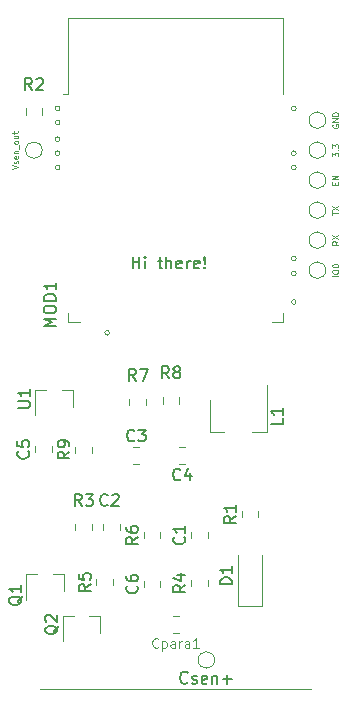
<source format=gbr>
G04 #@! TF.GenerationSoftware,KiCad,Pcbnew,(5.1.5)-3*
G04 #@! TF.CreationDate,2021-03-30T01:11:32+08:00*
G04 #@! TF.ProjectId,parasite,70617261-7369-4746-952e-6b696361645f,1.1.0*
G04 #@! TF.SameCoordinates,Original*
G04 #@! TF.FileFunction,Legend,Top*
G04 #@! TF.FilePolarity,Positive*
%FSLAX46Y46*%
G04 Gerber Fmt 4.6, Leading zero omitted, Abs format (unit mm)*
G04 Created by KiCad (PCBNEW (5.1.5)-3) date 2021-03-30 01:11:32*
%MOMM*%
%LPD*%
G04 APERTURE LIST*
%ADD10C,0.150000*%
%ADD11C,0.120000*%
%ADD12C,0.125000*%
G04 APERTURE END LIST*
D10*
X114352380Y-63352380D02*
X114352380Y-62352380D01*
X114352380Y-62828571D02*
X114923809Y-62828571D01*
X114923809Y-63352380D02*
X114923809Y-62352380D01*
X115400000Y-63352380D02*
X115400000Y-62685714D01*
X115400000Y-62352380D02*
X115352380Y-62400000D01*
X115400000Y-62447619D01*
X115447619Y-62400000D01*
X115400000Y-62352380D01*
X115400000Y-62447619D01*
X116495238Y-62685714D02*
X116876190Y-62685714D01*
X116638095Y-62352380D02*
X116638095Y-63209523D01*
X116685714Y-63304761D01*
X116780952Y-63352380D01*
X116876190Y-63352380D01*
X117209523Y-63352380D02*
X117209523Y-62352380D01*
X117638095Y-63352380D02*
X117638095Y-62828571D01*
X117590476Y-62733333D01*
X117495238Y-62685714D01*
X117352380Y-62685714D01*
X117257142Y-62733333D01*
X117209523Y-62780952D01*
X118495238Y-63304761D02*
X118400000Y-63352380D01*
X118209523Y-63352380D01*
X118114285Y-63304761D01*
X118066666Y-63209523D01*
X118066666Y-62828571D01*
X118114285Y-62733333D01*
X118209523Y-62685714D01*
X118400000Y-62685714D01*
X118495238Y-62733333D01*
X118542857Y-62828571D01*
X118542857Y-62923809D01*
X118066666Y-63019047D01*
X118971428Y-63352380D02*
X118971428Y-62685714D01*
X118971428Y-62876190D02*
X119019047Y-62780952D01*
X119066666Y-62733333D01*
X119161904Y-62685714D01*
X119257142Y-62685714D01*
X119971428Y-63304761D02*
X119876190Y-63352380D01*
X119685714Y-63352380D01*
X119590476Y-63304761D01*
X119542857Y-63209523D01*
X119542857Y-62828571D01*
X119590476Y-62733333D01*
X119685714Y-62685714D01*
X119876190Y-62685714D01*
X119971428Y-62733333D01*
X120019047Y-62828571D01*
X120019047Y-62923809D01*
X119542857Y-63019047D01*
X120447619Y-63257142D02*
X120495238Y-63304761D01*
X120447619Y-63352380D01*
X120400000Y-63304761D01*
X120447619Y-63257142D01*
X120447619Y-63352380D01*
X120447619Y-62971428D02*
X120400000Y-62400000D01*
X120447619Y-62352380D01*
X120495238Y-62400000D01*
X120447619Y-62971428D01*
X120447619Y-62352380D01*
D11*
X128200000Y-62500000D02*
G75*
G03X128200000Y-62500000I-200000J0D01*
G01*
X108200000Y-54800000D02*
G75*
G03X108200000Y-54800000I-200000J0D01*
G01*
X108200000Y-49800000D02*
G75*
G03X108200000Y-49800000I-200000J0D01*
G01*
X108200000Y-51000000D02*
G75*
G03X108200000Y-51000000I-200000J0D01*
G01*
X108200000Y-52400000D02*
G75*
G03X108200000Y-52400000I-200000J0D01*
G01*
X108200000Y-53600000D02*
G75*
G03X108200000Y-53600000I-200000J0D01*
G01*
X112400000Y-68800000D02*
G75*
G03X112400000Y-68800000I-200000J0D01*
G01*
X128200000Y-66200000D02*
G75*
G03X128200000Y-66200000I-200000J0D01*
G01*
X128200000Y-63800000D02*
G75*
G03X128200000Y-63800000I-200000J0D01*
G01*
X128200000Y-54800000D02*
G75*
G03X128200000Y-54800000I-200000J0D01*
G01*
X128200000Y-53600000D02*
G75*
G03X128200000Y-53600000I-200000J0D01*
G01*
X128200000Y-49800000D02*
G75*
G03X128200000Y-49800000I-200000J0D01*
G01*
X106500000Y-99000000D02*
X129500000Y-99000000D01*
X116890000Y-74278922D02*
X116890000Y-74796078D01*
X118310000Y-74278922D02*
X118310000Y-74796078D01*
X115510000Y-74921078D02*
X115510000Y-74403922D01*
X114090000Y-74921078D02*
X114090000Y-74403922D01*
X130700000Y-50800000D02*
G75*
G03X130700000Y-50800000I-700000J0D01*
G01*
X130700000Y-53340000D02*
G75*
G03X130700000Y-53340000I-700000J0D01*
G01*
X111580000Y-92740000D02*
X111580000Y-94200000D01*
X108420000Y-92740000D02*
X108420000Y-94900000D01*
X108420000Y-92740000D02*
X109350000Y-92740000D01*
X111580000Y-92740000D02*
X110650000Y-92740000D01*
X108530000Y-89240000D02*
X108530000Y-90700000D01*
X105370000Y-89240000D02*
X105370000Y-91400000D01*
X105370000Y-89240000D02*
X106300000Y-89240000D01*
X108530000Y-89240000D02*
X107600000Y-89240000D01*
X117741422Y-94210000D02*
X118258578Y-94210000D01*
X117741422Y-92790000D02*
X118258578Y-92790000D01*
X120710000Y-86196078D02*
X120710000Y-85678922D01*
X119290000Y-86196078D02*
X119290000Y-85678922D01*
X113247500Y-85003922D02*
X113247500Y-85521078D01*
X111827500Y-85003922D02*
X111827500Y-85521078D01*
X114403922Y-78490000D02*
X114921078Y-78490000D01*
X114403922Y-79910000D02*
X114921078Y-79910000D01*
X118821078Y-78490000D02*
X118303922Y-78490000D01*
X118821078Y-79910000D02*
X118303922Y-79910000D01*
X123300000Y-87600000D02*
X123300000Y-91900000D01*
X123300000Y-91900000D02*
X125300000Y-91900000D01*
X125300000Y-91900000D02*
X125300000Y-87600000D01*
X122100000Y-77200000D02*
X120900000Y-77200000D01*
X120900000Y-77200000D02*
X120900000Y-74500000D01*
X125700000Y-73200000D02*
X125700000Y-77200000D01*
X125700000Y-77200000D02*
X124500000Y-77200000D01*
X108880000Y-67100000D02*
X108880000Y-67880000D01*
X108880000Y-67880000D02*
X109880000Y-67880000D01*
X127120000Y-67100000D02*
X127120000Y-67880000D01*
X127120000Y-67880000D02*
X126120000Y-67880000D01*
X108880000Y-42135000D02*
X127120000Y-42135000D01*
X127120000Y-42135000D02*
X127120000Y-48555000D01*
X108880000Y-42135000D02*
X108880000Y-48555000D01*
X108880000Y-48555000D02*
X108500000Y-48555000D01*
X125010000Y-84421078D02*
X125010000Y-83903922D01*
X123590000Y-84421078D02*
X123590000Y-83903922D01*
X106710000Y-49803922D02*
X106710000Y-50321078D01*
X105290000Y-49803922D02*
X105290000Y-50321078D01*
X110910000Y-85003922D02*
X110910000Y-85521078D01*
X109490000Y-85003922D02*
X109490000Y-85521078D01*
X120710000Y-90258578D02*
X120710000Y-89741422D01*
X119290000Y-90258578D02*
X119290000Y-89741422D01*
X112710000Y-90196078D02*
X112710000Y-89678922D01*
X111290000Y-90196078D02*
X111290000Y-89678922D01*
X115290000Y-86196078D02*
X115290000Y-85678922D01*
X116710000Y-86196078D02*
X116710000Y-85678922D01*
X130700000Y-63500000D02*
G75*
G03X130700000Y-63500000I-700000J0D01*
G01*
X130700000Y-55880000D02*
G75*
G03X130700000Y-55880000I-700000J0D01*
G01*
X121300000Y-96500000D02*
G75*
G03X121300000Y-96500000I-700000J0D01*
G01*
X106700000Y-53340000D02*
G75*
G03X106700000Y-53340000I-700000J0D01*
G01*
X130700000Y-58420000D02*
G75*
G03X130700000Y-58420000I-700000J0D01*
G01*
X130700000Y-60960000D02*
G75*
G03X130700000Y-60960000I-700000J0D01*
G01*
X115290000Y-90321078D02*
X115290000Y-89803922D01*
X116710000Y-90321078D02*
X116710000Y-89803922D01*
X106090000Y-78921078D02*
X106090000Y-78403922D01*
X107510000Y-78921078D02*
X107510000Y-78403922D01*
X109490000Y-78958578D02*
X109490000Y-78441422D01*
X110910000Y-78958578D02*
X110910000Y-78441422D01*
X109280000Y-73640000D02*
X108350000Y-73640000D01*
X106120000Y-73640000D02*
X107050000Y-73640000D01*
X106120000Y-73640000D02*
X106120000Y-75800000D01*
X109280000Y-73640000D02*
X109280000Y-75100000D01*
D10*
X117433333Y-72652380D02*
X117100000Y-72176190D01*
X116861904Y-72652380D02*
X116861904Y-71652380D01*
X117242857Y-71652380D01*
X117338095Y-71700000D01*
X117385714Y-71747619D01*
X117433333Y-71842857D01*
X117433333Y-71985714D01*
X117385714Y-72080952D01*
X117338095Y-72128571D01*
X117242857Y-72176190D01*
X116861904Y-72176190D01*
X118004761Y-72080952D02*
X117909523Y-72033333D01*
X117861904Y-71985714D01*
X117814285Y-71890476D01*
X117814285Y-71842857D01*
X117861904Y-71747619D01*
X117909523Y-71700000D01*
X118004761Y-71652380D01*
X118195238Y-71652380D01*
X118290476Y-71700000D01*
X118338095Y-71747619D01*
X118385714Y-71842857D01*
X118385714Y-71890476D01*
X118338095Y-71985714D01*
X118290476Y-72033333D01*
X118195238Y-72080952D01*
X118004761Y-72080952D01*
X117909523Y-72128571D01*
X117861904Y-72176190D01*
X117814285Y-72271428D01*
X117814285Y-72461904D01*
X117861904Y-72557142D01*
X117909523Y-72604761D01*
X118004761Y-72652380D01*
X118195238Y-72652380D01*
X118290476Y-72604761D01*
X118338095Y-72557142D01*
X118385714Y-72461904D01*
X118385714Y-72271428D01*
X118338095Y-72176190D01*
X118290476Y-72128571D01*
X118195238Y-72080952D01*
X114633333Y-72852380D02*
X114300000Y-72376190D01*
X114061904Y-72852380D02*
X114061904Y-71852380D01*
X114442857Y-71852380D01*
X114538095Y-71900000D01*
X114585714Y-71947619D01*
X114633333Y-72042857D01*
X114633333Y-72185714D01*
X114585714Y-72280952D01*
X114538095Y-72328571D01*
X114442857Y-72376190D01*
X114061904Y-72376190D01*
X114966666Y-71852380D02*
X115633333Y-71852380D01*
X115204761Y-72852380D01*
D12*
X131300000Y-51180952D02*
X131276190Y-51228571D01*
X131276190Y-51300000D01*
X131300000Y-51371428D01*
X131347619Y-51419047D01*
X131395238Y-51442857D01*
X131490476Y-51466666D01*
X131561904Y-51466666D01*
X131657142Y-51442857D01*
X131704761Y-51419047D01*
X131752380Y-51371428D01*
X131776190Y-51300000D01*
X131776190Y-51252380D01*
X131752380Y-51180952D01*
X131728571Y-51157142D01*
X131561904Y-51157142D01*
X131561904Y-51252380D01*
X131776190Y-50942857D02*
X131276190Y-50942857D01*
X131776190Y-50657142D01*
X131276190Y-50657142D01*
X131776190Y-50419047D02*
X131276190Y-50419047D01*
X131276190Y-50300000D01*
X131300000Y-50228571D01*
X131347619Y-50180952D01*
X131395238Y-50157142D01*
X131490476Y-50133333D01*
X131561904Y-50133333D01*
X131657142Y-50157142D01*
X131704761Y-50180952D01*
X131752380Y-50228571D01*
X131776190Y-50300000D01*
X131776190Y-50419047D01*
X131276190Y-53863809D02*
X131276190Y-53554285D01*
X131466666Y-53720952D01*
X131466666Y-53649523D01*
X131490476Y-53601904D01*
X131514285Y-53578095D01*
X131561904Y-53554285D01*
X131680952Y-53554285D01*
X131728571Y-53578095D01*
X131752380Y-53601904D01*
X131776190Y-53649523D01*
X131776190Y-53792380D01*
X131752380Y-53840000D01*
X131728571Y-53863809D01*
X131728571Y-53340000D02*
X131752380Y-53316190D01*
X131776190Y-53340000D01*
X131752380Y-53363809D01*
X131728571Y-53340000D01*
X131776190Y-53340000D01*
X131276190Y-53149523D02*
X131276190Y-52840000D01*
X131466666Y-53006666D01*
X131466666Y-52935238D01*
X131490476Y-52887619D01*
X131514285Y-52863809D01*
X131561904Y-52840000D01*
X131680952Y-52840000D01*
X131728571Y-52863809D01*
X131752380Y-52887619D01*
X131776190Y-52935238D01*
X131776190Y-53078095D01*
X131752380Y-53125714D01*
X131728571Y-53149523D01*
D10*
X108047619Y-93595238D02*
X108000000Y-93690476D01*
X107904761Y-93785714D01*
X107761904Y-93928571D01*
X107714285Y-94023809D01*
X107714285Y-94119047D01*
X107952380Y-94071428D02*
X107904761Y-94166666D01*
X107809523Y-94261904D01*
X107619047Y-94309523D01*
X107285714Y-94309523D01*
X107095238Y-94261904D01*
X107000000Y-94166666D01*
X106952380Y-94071428D01*
X106952380Y-93880952D01*
X107000000Y-93785714D01*
X107095238Y-93690476D01*
X107285714Y-93642857D01*
X107619047Y-93642857D01*
X107809523Y-93690476D01*
X107904761Y-93785714D01*
X107952380Y-93880952D01*
X107952380Y-94071428D01*
X107047619Y-93261904D02*
X107000000Y-93214285D01*
X106952380Y-93119047D01*
X106952380Y-92880952D01*
X107000000Y-92785714D01*
X107047619Y-92738095D01*
X107142857Y-92690476D01*
X107238095Y-92690476D01*
X107380952Y-92738095D01*
X107952380Y-93309523D01*
X107952380Y-92690476D01*
X104997619Y-91095238D02*
X104950000Y-91190476D01*
X104854761Y-91285714D01*
X104711904Y-91428571D01*
X104664285Y-91523809D01*
X104664285Y-91619047D01*
X104902380Y-91571428D02*
X104854761Y-91666666D01*
X104759523Y-91761904D01*
X104569047Y-91809523D01*
X104235714Y-91809523D01*
X104045238Y-91761904D01*
X103950000Y-91666666D01*
X103902380Y-91571428D01*
X103902380Y-91380952D01*
X103950000Y-91285714D01*
X104045238Y-91190476D01*
X104235714Y-91142857D01*
X104569047Y-91142857D01*
X104759523Y-91190476D01*
X104854761Y-91285714D01*
X104902380Y-91380952D01*
X104902380Y-91571428D01*
X104902380Y-90190476D02*
X104902380Y-90761904D01*
X104902380Y-90476190D02*
X103902380Y-90476190D01*
X104045238Y-90571428D01*
X104140476Y-90666666D01*
X104188095Y-90761904D01*
D11*
X116533333Y-95385714D02*
X116495238Y-95423809D01*
X116380952Y-95461904D01*
X116304761Y-95461904D01*
X116190476Y-95423809D01*
X116114285Y-95347619D01*
X116076190Y-95271428D01*
X116038095Y-95119047D01*
X116038095Y-95004761D01*
X116076190Y-94852380D01*
X116114285Y-94776190D01*
X116190476Y-94700000D01*
X116304761Y-94661904D01*
X116380952Y-94661904D01*
X116495238Y-94700000D01*
X116533333Y-94738095D01*
X116876190Y-94928571D02*
X116876190Y-95728571D01*
X116876190Y-94966666D02*
X116952380Y-94928571D01*
X117104761Y-94928571D01*
X117180952Y-94966666D01*
X117219047Y-95004761D01*
X117257142Y-95080952D01*
X117257142Y-95309523D01*
X117219047Y-95385714D01*
X117180952Y-95423809D01*
X117104761Y-95461904D01*
X116952380Y-95461904D01*
X116876190Y-95423809D01*
X117942857Y-95461904D02*
X117942857Y-95042857D01*
X117904761Y-94966666D01*
X117828571Y-94928571D01*
X117676190Y-94928571D01*
X117600000Y-94966666D01*
X117942857Y-95423809D02*
X117866666Y-95461904D01*
X117676190Y-95461904D01*
X117600000Y-95423809D01*
X117561904Y-95347619D01*
X117561904Y-95271428D01*
X117600000Y-95195238D01*
X117676190Y-95157142D01*
X117866666Y-95157142D01*
X117942857Y-95119047D01*
X118323809Y-95461904D02*
X118323809Y-94928571D01*
X118323809Y-95080952D02*
X118361904Y-95004761D01*
X118400000Y-94966666D01*
X118476190Y-94928571D01*
X118552380Y-94928571D01*
X119161904Y-95461904D02*
X119161904Y-95042857D01*
X119123809Y-94966666D01*
X119047619Y-94928571D01*
X118895238Y-94928571D01*
X118819047Y-94966666D01*
X119161904Y-95423809D02*
X119085714Y-95461904D01*
X118895238Y-95461904D01*
X118819047Y-95423809D01*
X118780952Y-95347619D01*
X118780952Y-95271428D01*
X118819047Y-95195238D01*
X118895238Y-95157142D01*
X119085714Y-95157142D01*
X119161904Y-95119047D01*
X119961904Y-95461904D02*
X119504761Y-95461904D01*
X119733333Y-95461904D02*
X119733333Y-94661904D01*
X119657142Y-94776190D01*
X119580952Y-94852380D01*
X119504761Y-94890476D01*
D10*
X118707142Y-86104166D02*
X118754761Y-86151785D01*
X118802380Y-86294642D01*
X118802380Y-86389880D01*
X118754761Y-86532738D01*
X118659523Y-86627976D01*
X118564285Y-86675595D01*
X118373809Y-86723214D01*
X118230952Y-86723214D01*
X118040476Y-86675595D01*
X117945238Y-86627976D01*
X117850000Y-86532738D01*
X117802380Y-86389880D01*
X117802380Y-86294642D01*
X117850000Y-86151785D01*
X117897619Y-86104166D01*
X118802380Y-85151785D02*
X118802380Y-85723214D01*
X118802380Y-85437500D02*
X117802380Y-85437500D01*
X117945238Y-85532738D01*
X118040476Y-85627976D01*
X118088095Y-85723214D01*
X112233333Y-83357142D02*
X112185714Y-83404761D01*
X112042857Y-83452380D01*
X111947619Y-83452380D01*
X111804761Y-83404761D01*
X111709523Y-83309523D01*
X111661904Y-83214285D01*
X111614285Y-83023809D01*
X111614285Y-82880952D01*
X111661904Y-82690476D01*
X111709523Y-82595238D01*
X111804761Y-82500000D01*
X111947619Y-82452380D01*
X112042857Y-82452380D01*
X112185714Y-82500000D01*
X112233333Y-82547619D01*
X112614285Y-82547619D02*
X112661904Y-82500000D01*
X112757142Y-82452380D01*
X112995238Y-82452380D01*
X113090476Y-82500000D01*
X113138095Y-82547619D01*
X113185714Y-82642857D01*
X113185714Y-82738095D01*
X113138095Y-82880952D01*
X112566666Y-83452380D01*
X113185714Y-83452380D01*
X114495833Y-77907142D02*
X114448214Y-77954761D01*
X114305357Y-78002380D01*
X114210119Y-78002380D01*
X114067261Y-77954761D01*
X113972023Y-77859523D01*
X113924404Y-77764285D01*
X113876785Y-77573809D01*
X113876785Y-77430952D01*
X113924404Y-77240476D01*
X113972023Y-77145238D01*
X114067261Y-77050000D01*
X114210119Y-77002380D01*
X114305357Y-77002380D01*
X114448214Y-77050000D01*
X114495833Y-77097619D01*
X114829166Y-77002380D02*
X115448214Y-77002380D01*
X115114880Y-77383333D01*
X115257738Y-77383333D01*
X115352976Y-77430952D01*
X115400595Y-77478571D01*
X115448214Y-77573809D01*
X115448214Y-77811904D01*
X115400595Y-77907142D01*
X115352976Y-77954761D01*
X115257738Y-78002380D01*
X114972023Y-78002380D01*
X114876785Y-77954761D01*
X114829166Y-77907142D01*
X118395833Y-81207142D02*
X118348214Y-81254761D01*
X118205357Y-81302380D01*
X118110119Y-81302380D01*
X117967261Y-81254761D01*
X117872023Y-81159523D01*
X117824404Y-81064285D01*
X117776785Y-80873809D01*
X117776785Y-80730952D01*
X117824404Y-80540476D01*
X117872023Y-80445238D01*
X117967261Y-80350000D01*
X118110119Y-80302380D01*
X118205357Y-80302380D01*
X118348214Y-80350000D01*
X118395833Y-80397619D01*
X119252976Y-80635714D02*
X119252976Y-81302380D01*
X119014880Y-80254761D02*
X118776785Y-80969047D01*
X119395833Y-80969047D01*
X122752380Y-90088095D02*
X121752380Y-90088095D01*
X121752380Y-89850000D01*
X121800000Y-89707142D01*
X121895238Y-89611904D01*
X121990476Y-89564285D01*
X122180952Y-89516666D01*
X122323809Y-89516666D01*
X122514285Y-89564285D01*
X122609523Y-89611904D01*
X122704761Y-89707142D01*
X122752380Y-89850000D01*
X122752380Y-90088095D01*
X122752380Y-88564285D02*
X122752380Y-89135714D01*
X122752380Y-88850000D02*
X121752380Y-88850000D01*
X121895238Y-88945238D01*
X121990476Y-89040476D01*
X122038095Y-89135714D01*
X127052380Y-76036666D02*
X127052380Y-76512857D01*
X126052380Y-76512857D01*
X127052380Y-75179523D02*
X127052380Y-75750952D01*
X127052380Y-75465238D02*
X126052380Y-75465238D01*
X126195238Y-75560476D01*
X126290476Y-75655714D01*
X126338095Y-75750952D01*
X107842380Y-68263333D02*
X106842380Y-68263333D01*
X107556666Y-67930000D01*
X106842380Y-67596666D01*
X107842380Y-67596666D01*
X106842380Y-66930000D02*
X106842380Y-66739523D01*
X106890000Y-66644285D01*
X106985238Y-66549047D01*
X107175714Y-66501428D01*
X107509047Y-66501428D01*
X107699523Y-66549047D01*
X107794761Y-66644285D01*
X107842380Y-66739523D01*
X107842380Y-66930000D01*
X107794761Y-67025238D01*
X107699523Y-67120476D01*
X107509047Y-67168095D01*
X107175714Y-67168095D01*
X106985238Y-67120476D01*
X106890000Y-67025238D01*
X106842380Y-66930000D01*
X107842380Y-66072857D02*
X106842380Y-66072857D01*
X106842380Y-65834761D01*
X106890000Y-65691904D01*
X106985238Y-65596666D01*
X107080476Y-65549047D01*
X107270952Y-65501428D01*
X107413809Y-65501428D01*
X107604285Y-65549047D01*
X107699523Y-65596666D01*
X107794761Y-65691904D01*
X107842380Y-65834761D01*
X107842380Y-66072857D01*
X107842380Y-64549047D02*
X107842380Y-65120476D01*
X107842380Y-64834761D02*
X106842380Y-64834761D01*
X106985238Y-64930000D01*
X107080476Y-65025238D01*
X107128095Y-65120476D01*
X123102380Y-84329166D02*
X122626190Y-84662500D01*
X123102380Y-84900595D02*
X122102380Y-84900595D01*
X122102380Y-84519642D01*
X122150000Y-84424404D01*
X122197619Y-84376785D01*
X122292857Y-84329166D01*
X122435714Y-84329166D01*
X122530952Y-84376785D01*
X122578571Y-84424404D01*
X122626190Y-84519642D01*
X122626190Y-84900595D01*
X123102380Y-83376785D02*
X123102380Y-83948214D01*
X123102380Y-83662500D02*
X122102380Y-83662500D01*
X122245238Y-83757738D01*
X122340476Y-83852976D01*
X122388095Y-83948214D01*
X105833333Y-48252380D02*
X105500000Y-47776190D01*
X105261904Y-48252380D02*
X105261904Y-47252380D01*
X105642857Y-47252380D01*
X105738095Y-47300000D01*
X105785714Y-47347619D01*
X105833333Y-47442857D01*
X105833333Y-47585714D01*
X105785714Y-47680952D01*
X105738095Y-47728571D01*
X105642857Y-47776190D01*
X105261904Y-47776190D01*
X106214285Y-47347619D02*
X106261904Y-47300000D01*
X106357142Y-47252380D01*
X106595238Y-47252380D01*
X106690476Y-47300000D01*
X106738095Y-47347619D01*
X106785714Y-47442857D01*
X106785714Y-47538095D01*
X106738095Y-47680952D01*
X106166666Y-48252380D01*
X106785714Y-48252380D01*
X110033333Y-83452380D02*
X109700000Y-82976190D01*
X109461904Y-83452380D02*
X109461904Y-82452380D01*
X109842857Y-82452380D01*
X109938095Y-82500000D01*
X109985714Y-82547619D01*
X110033333Y-82642857D01*
X110033333Y-82785714D01*
X109985714Y-82880952D01*
X109938095Y-82928571D01*
X109842857Y-82976190D01*
X109461904Y-82976190D01*
X110366666Y-82452380D02*
X110985714Y-82452380D01*
X110652380Y-82833333D01*
X110795238Y-82833333D01*
X110890476Y-82880952D01*
X110938095Y-82928571D01*
X110985714Y-83023809D01*
X110985714Y-83261904D01*
X110938095Y-83357142D01*
X110890476Y-83404761D01*
X110795238Y-83452380D01*
X110509523Y-83452380D01*
X110414285Y-83404761D01*
X110366666Y-83357142D01*
X118802380Y-90166666D02*
X118326190Y-90500000D01*
X118802380Y-90738095D02*
X117802380Y-90738095D01*
X117802380Y-90357142D01*
X117850000Y-90261904D01*
X117897619Y-90214285D01*
X117992857Y-90166666D01*
X118135714Y-90166666D01*
X118230952Y-90214285D01*
X118278571Y-90261904D01*
X118326190Y-90357142D01*
X118326190Y-90738095D01*
X118135714Y-89309523D02*
X118802380Y-89309523D01*
X117754761Y-89547619D02*
X118469047Y-89785714D01*
X118469047Y-89166666D01*
X110802380Y-90104166D02*
X110326190Y-90437500D01*
X110802380Y-90675595D02*
X109802380Y-90675595D01*
X109802380Y-90294642D01*
X109850000Y-90199404D01*
X109897619Y-90151785D01*
X109992857Y-90104166D01*
X110135714Y-90104166D01*
X110230952Y-90151785D01*
X110278571Y-90199404D01*
X110326190Y-90294642D01*
X110326190Y-90675595D01*
X109802380Y-89199404D02*
X109802380Y-89675595D01*
X110278571Y-89723214D01*
X110230952Y-89675595D01*
X110183333Y-89580357D01*
X110183333Y-89342261D01*
X110230952Y-89247023D01*
X110278571Y-89199404D01*
X110373809Y-89151785D01*
X110611904Y-89151785D01*
X110707142Y-89199404D01*
X110754761Y-89247023D01*
X110802380Y-89342261D01*
X110802380Y-89580357D01*
X110754761Y-89675595D01*
X110707142Y-89723214D01*
X114802380Y-86104166D02*
X114326190Y-86437500D01*
X114802380Y-86675595D02*
X113802380Y-86675595D01*
X113802380Y-86294642D01*
X113850000Y-86199404D01*
X113897619Y-86151785D01*
X113992857Y-86104166D01*
X114135714Y-86104166D01*
X114230952Y-86151785D01*
X114278571Y-86199404D01*
X114326190Y-86294642D01*
X114326190Y-86675595D01*
X113802380Y-85247023D02*
X113802380Y-85437500D01*
X113850000Y-85532738D01*
X113897619Y-85580357D01*
X114040476Y-85675595D01*
X114230952Y-85723214D01*
X114611904Y-85723214D01*
X114707142Y-85675595D01*
X114754761Y-85627976D01*
X114802380Y-85532738D01*
X114802380Y-85342261D01*
X114754761Y-85247023D01*
X114707142Y-85199404D01*
X114611904Y-85151785D01*
X114373809Y-85151785D01*
X114278571Y-85199404D01*
X114230952Y-85247023D01*
X114183333Y-85342261D01*
X114183333Y-85532738D01*
X114230952Y-85627976D01*
X114278571Y-85675595D01*
X114373809Y-85723214D01*
D12*
X131776190Y-64000000D02*
X131276190Y-64000000D01*
X131276190Y-63666666D02*
X131276190Y-63571428D01*
X131300000Y-63523809D01*
X131347619Y-63476190D01*
X131442857Y-63452380D01*
X131609523Y-63452380D01*
X131704761Y-63476190D01*
X131752380Y-63523809D01*
X131776190Y-63571428D01*
X131776190Y-63666666D01*
X131752380Y-63714285D01*
X131704761Y-63761904D01*
X131609523Y-63785714D01*
X131442857Y-63785714D01*
X131347619Y-63761904D01*
X131300000Y-63714285D01*
X131276190Y-63666666D01*
X131276190Y-63142857D02*
X131276190Y-63095238D01*
X131300000Y-63047619D01*
X131323809Y-63023809D01*
X131371428Y-63000000D01*
X131466666Y-62976190D01*
X131585714Y-62976190D01*
X131680952Y-63000000D01*
X131728571Y-63023809D01*
X131752380Y-63047619D01*
X131776190Y-63095238D01*
X131776190Y-63142857D01*
X131752380Y-63190476D01*
X131728571Y-63214285D01*
X131680952Y-63238095D01*
X131585714Y-63261904D01*
X131466666Y-63261904D01*
X131371428Y-63238095D01*
X131323809Y-63214285D01*
X131300000Y-63190476D01*
X131276190Y-63142857D01*
X131514285Y-56249047D02*
X131514285Y-56082380D01*
X131776190Y-56010952D02*
X131776190Y-56249047D01*
X131276190Y-56249047D01*
X131276190Y-56010952D01*
X131776190Y-55796666D02*
X131276190Y-55796666D01*
X131776190Y-55510952D01*
X131276190Y-55510952D01*
D10*
X119004761Y-98407142D02*
X118957142Y-98454761D01*
X118814285Y-98502380D01*
X118719047Y-98502380D01*
X118576190Y-98454761D01*
X118480952Y-98359523D01*
X118433333Y-98264285D01*
X118385714Y-98073809D01*
X118385714Y-97930952D01*
X118433333Y-97740476D01*
X118480952Y-97645238D01*
X118576190Y-97550000D01*
X118719047Y-97502380D01*
X118814285Y-97502380D01*
X118957142Y-97550000D01*
X119004761Y-97597619D01*
X119385714Y-98454761D02*
X119480952Y-98502380D01*
X119671428Y-98502380D01*
X119766666Y-98454761D01*
X119814285Y-98359523D01*
X119814285Y-98311904D01*
X119766666Y-98216666D01*
X119671428Y-98169047D01*
X119528571Y-98169047D01*
X119433333Y-98121428D01*
X119385714Y-98026190D01*
X119385714Y-97978571D01*
X119433333Y-97883333D01*
X119528571Y-97835714D01*
X119671428Y-97835714D01*
X119766666Y-97883333D01*
X120623809Y-98454761D02*
X120528571Y-98502380D01*
X120338095Y-98502380D01*
X120242857Y-98454761D01*
X120195238Y-98359523D01*
X120195238Y-97978571D01*
X120242857Y-97883333D01*
X120338095Y-97835714D01*
X120528571Y-97835714D01*
X120623809Y-97883333D01*
X120671428Y-97978571D01*
X120671428Y-98073809D01*
X120195238Y-98169047D01*
X121100000Y-97835714D02*
X121100000Y-98502380D01*
X121100000Y-97930952D02*
X121147619Y-97883333D01*
X121242857Y-97835714D01*
X121385714Y-97835714D01*
X121480952Y-97883333D01*
X121528571Y-97978571D01*
X121528571Y-98502380D01*
X122004761Y-98121428D02*
X122766666Y-98121428D01*
X122385714Y-98502380D02*
X122385714Y-97740476D01*
D12*
X104176190Y-54935238D02*
X104676190Y-54768571D01*
X104176190Y-54601904D01*
X104652380Y-54459047D02*
X104676190Y-54411428D01*
X104676190Y-54316190D01*
X104652380Y-54268571D01*
X104604761Y-54244761D01*
X104580952Y-54244761D01*
X104533333Y-54268571D01*
X104509523Y-54316190D01*
X104509523Y-54387619D01*
X104485714Y-54435238D01*
X104438095Y-54459047D01*
X104414285Y-54459047D01*
X104366666Y-54435238D01*
X104342857Y-54387619D01*
X104342857Y-54316190D01*
X104366666Y-54268571D01*
X104652380Y-53840000D02*
X104676190Y-53887619D01*
X104676190Y-53982857D01*
X104652380Y-54030476D01*
X104604761Y-54054285D01*
X104414285Y-54054285D01*
X104366666Y-54030476D01*
X104342857Y-53982857D01*
X104342857Y-53887619D01*
X104366666Y-53840000D01*
X104414285Y-53816190D01*
X104461904Y-53816190D01*
X104509523Y-54054285D01*
X104342857Y-53601904D02*
X104676190Y-53601904D01*
X104390476Y-53601904D02*
X104366666Y-53578095D01*
X104342857Y-53530476D01*
X104342857Y-53459047D01*
X104366666Y-53411428D01*
X104414285Y-53387619D01*
X104676190Y-53387619D01*
X104723809Y-53268571D02*
X104723809Y-52887619D01*
X104676190Y-52697142D02*
X104652380Y-52744761D01*
X104628571Y-52768571D01*
X104580952Y-52792380D01*
X104438095Y-52792380D01*
X104390476Y-52768571D01*
X104366666Y-52744761D01*
X104342857Y-52697142D01*
X104342857Y-52625714D01*
X104366666Y-52578095D01*
X104390476Y-52554285D01*
X104438095Y-52530476D01*
X104580952Y-52530476D01*
X104628571Y-52554285D01*
X104652380Y-52578095D01*
X104676190Y-52625714D01*
X104676190Y-52697142D01*
X104342857Y-52101904D02*
X104676190Y-52101904D01*
X104342857Y-52316190D02*
X104604761Y-52316190D01*
X104652380Y-52292380D01*
X104676190Y-52244761D01*
X104676190Y-52173333D01*
X104652380Y-52125714D01*
X104628571Y-52101904D01*
X104342857Y-51935238D02*
X104342857Y-51744761D01*
X104176190Y-51863809D02*
X104604761Y-51863809D01*
X104652380Y-51840000D01*
X104676190Y-51792380D01*
X104676190Y-51744761D01*
X131276190Y-58800952D02*
X131276190Y-58515238D01*
X131776190Y-58658095D02*
X131276190Y-58658095D01*
X131276190Y-58396190D02*
X131776190Y-58062857D01*
X131276190Y-58062857D02*
X131776190Y-58396190D01*
X131776190Y-61043333D02*
X131538095Y-61210000D01*
X131776190Y-61329047D02*
X131276190Y-61329047D01*
X131276190Y-61138571D01*
X131300000Y-61090952D01*
X131323809Y-61067142D01*
X131371428Y-61043333D01*
X131442857Y-61043333D01*
X131490476Y-61067142D01*
X131514285Y-61090952D01*
X131538095Y-61138571D01*
X131538095Y-61329047D01*
X131276190Y-60876666D02*
X131776190Y-60543333D01*
X131276190Y-60543333D02*
X131776190Y-60876666D01*
D10*
X114707142Y-90229166D02*
X114754761Y-90276785D01*
X114802380Y-90419642D01*
X114802380Y-90514880D01*
X114754761Y-90657738D01*
X114659523Y-90752976D01*
X114564285Y-90800595D01*
X114373809Y-90848214D01*
X114230952Y-90848214D01*
X114040476Y-90800595D01*
X113945238Y-90752976D01*
X113850000Y-90657738D01*
X113802380Y-90514880D01*
X113802380Y-90419642D01*
X113850000Y-90276785D01*
X113897619Y-90229166D01*
X113802380Y-89372023D02*
X113802380Y-89562500D01*
X113850000Y-89657738D01*
X113897619Y-89705357D01*
X114040476Y-89800595D01*
X114230952Y-89848214D01*
X114611904Y-89848214D01*
X114707142Y-89800595D01*
X114754761Y-89752976D01*
X114802380Y-89657738D01*
X114802380Y-89467261D01*
X114754761Y-89372023D01*
X114707142Y-89324404D01*
X114611904Y-89276785D01*
X114373809Y-89276785D01*
X114278571Y-89324404D01*
X114230952Y-89372023D01*
X114183333Y-89467261D01*
X114183333Y-89657738D01*
X114230952Y-89752976D01*
X114278571Y-89800595D01*
X114373809Y-89848214D01*
X105507142Y-78829166D02*
X105554761Y-78876785D01*
X105602380Y-79019642D01*
X105602380Y-79114880D01*
X105554761Y-79257738D01*
X105459523Y-79352976D01*
X105364285Y-79400595D01*
X105173809Y-79448214D01*
X105030952Y-79448214D01*
X104840476Y-79400595D01*
X104745238Y-79352976D01*
X104650000Y-79257738D01*
X104602380Y-79114880D01*
X104602380Y-79019642D01*
X104650000Y-78876785D01*
X104697619Y-78829166D01*
X104602380Y-77924404D02*
X104602380Y-78400595D01*
X105078571Y-78448214D01*
X105030952Y-78400595D01*
X104983333Y-78305357D01*
X104983333Y-78067261D01*
X105030952Y-77972023D01*
X105078571Y-77924404D01*
X105173809Y-77876785D01*
X105411904Y-77876785D01*
X105507142Y-77924404D01*
X105554761Y-77972023D01*
X105602380Y-78067261D01*
X105602380Y-78305357D01*
X105554761Y-78400595D01*
X105507142Y-78448214D01*
X109002380Y-78866666D02*
X108526190Y-79200000D01*
X109002380Y-79438095D02*
X108002380Y-79438095D01*
X108002380Y-79057142D01*
X108050000Y-78961904D01*
X108097619Y-78914285D01*
X108192857Y-78866666D01*
X108335714Y-78866666D01*
X108430952Y-78914285D01*
X108478571Y-78961904D01*
X108526190Y-79057142D01*
X108526190Y-79438095D01*
X109002380Y-78390476D02*
X109002380Y-78200000D01*
X108954761Y-78104761D01*
X108907142Y-78057142D01*
X108764285Y-77961904D01*
X108573809Y-77914285D01*
X108192857Y-77914285D01*
X108097619Y-77961904D01*
X108050000Y-78009523D01*
X108002380Y-78104761D01*
X108002380Y-78295238D01*
X108050000Y-78390476D01*
X108097619Y-78438095D01*
X108192857Y-78485714D01*
X108430952Y-78485714D01*
X108526190Y-78438095D01*
X108573809Y-78390476D01*
X108621428Y-78295238D01*
X108621428Y-78104761D01*
X108573809Y-78009523D01*
X108526190Y-77961904D01*
X108430952Y-77914285D01*
X104652380Y-75161904D02*
X105461904Y-75161904D01*
X105557142Y-75114285D01*
X105604761Y-75066666D01*
X105652380Y-74971428D01*
X105652380Y-74780952D01*
X105604761Y-74685714D01*
X105557142Y-74638095D01*
X105461904Y-74590476D01*
X104652380Y-74590476D01*
X105652380Y-73590476D02*
X105652380Y-74161904D01*
X105652380Y-73876190D02*
X104652380Y-73876190D01*
X104795238Y-73971428D01*
X104890476Y-74066666D01*
X104938095Y-74161904D01*
M02*

</source>
